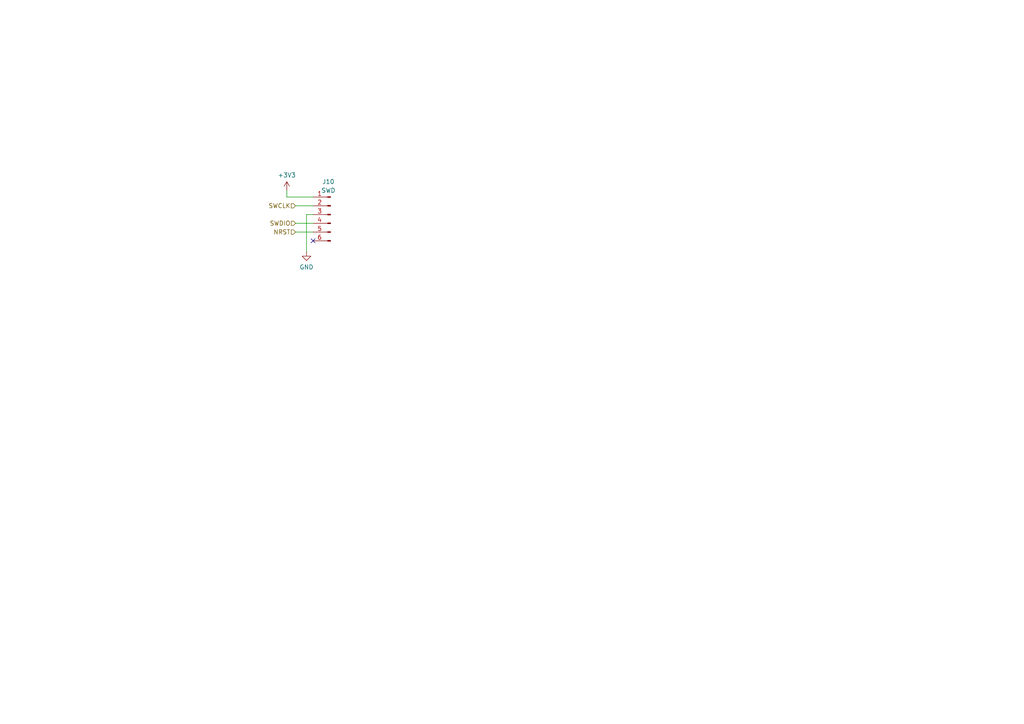
<source format=kicad_sch>
(kicad_sch (version 20230121) (generator eeschema)
  (paper "A4")
  (lib_symbols
    (symbol "Connector:Conn_01x06_Pin" (pin_names (offset 1.016) hide)
      (property "Reference" "J" (at 0 7.62 0))
      (property "Value" "Conn_01x06_Pin" (at 0 -10.16 0))
      (symbol "Conn_01x06_Pin_1_1"
        (polyline (pts (xy 1.27 -7.62) (xy 0.8636 -7.62)) (stroke (width 0.1524)))
        (polyline (pts (xy 1.27 -5.08) (xy 0.8636 -5.08)) (stroke (width 0.1524)))
        (polyline (pts (xy 1.27 -2.54) (xy 0.8636 -2.54)) (stroke (width 0.1524)))
        (polyline (pts (xy 1.27 0) (xy 0.8636 0)) (stroke (width 0.1524)))
        (polyline (pts (xy 1.27 2.54) (xy 0.8636 2.54)) (stroke (width 0.1524)))
        (polyline (pts (xy 1.27 5.08) (xy 0.8636 5.08)) (stroke (width 0.1524)))
        (rectangle (start 0.8636 -7.493) (end 0 -7.747) (stroke (width 0.1524)) (fill (type outline)))
        (rectangle (start 0.8636 -4.953) (end 0 -5.207) (stroke (width 0.1524)) (fill (type outline)))
        (rectangle (start 0.8636 -2.413) (end 0 -2.667) (stroke (width 0.1524)) (fill (type outline)))
        (rectangle (start 0.8636 0.127) (end 0 -0.127) (stroke (width 0.1524)) (fill (type outline)))
        (rectangle (start 0.8636 2.667) (end 0 2.413) (stroke (width 0.1524)) (fill (type outline)))
        (rectangle (start 0.8636 5.207) (end 0 4.953) (stroke (width 0.1524)) (fill (type outline)))
        (pin passive line (at 5.08 5.08 180) (length 3.81) (name "Pin_1") (number "1"))
        (pin passive line (at 5.08 2.54 180) (length 3.81) (name "Pin_2") (number "2"))
        (pin passive line (at 5.08 0 180) (length 3.81) (name "Pin_3") (number "3"))
        (pin passive line (at 5.08 -2.54 180) (length 3.81) (name "Pin_4") (number "4"))
        (pin passive line (at 5.08 -5.08 180) (length 3.81) (name "Pin_5") (number "5"))
        (pin passive line (at 5.08 -7.62 180) (length 3.81) (name "Pin_6") (number "6"))
      )
    )
    (symbol "power:+3V3" (power) (pin_names (offset 0))
      (property "Value" "+3V3" (at 0 3.556 0))
      (symbol "+3V3_0_1"
        (polyline (pts (xy -0.762 1.27) (xy 0 2.54)))
        (polyline (pts (xy 0 0) (xy 0 2.54)))
        (polyline (pts (xy 0 2.54) (xy 0.762 1.27)))
      )
      (symbol "+3V3_1_1"
        (pin power_in line (at 0 0 90) (length 0) hide (name "+3V3") (number "1"))
      )
    )
    (symbol "power:GND" (power) (pin_names (offset 0))
      (property "Value" "GND" (at 0 -3.81 0))
      (symbol "GND_0_1"
        (polyline (pts (xy 0 0) (xy 0 -1.27) (xy 1.27 -1.27) (xy 0 -2.54) (xy -1.27 -1.27) (xy 0 -1.27)))
      )
      (symbol "GND_1_1"
        (pin power_in line (at 0 0 270) (length 0) hide (name "GND") (number "1"))
      )
    )
  )
  (no_connect (at 90.805 69.85))
  (wire (pts (xy 88.9 62.23) (xy 88.9 73.025)))
  (wire (pts (xy 90.805 62.23) (xy 88.9 62.23)))
  (wire (pts (xy 83.185 57.15) (xy 90.805 57.15)))
  (wire (pts (xy 85.725 59.69) (xy 90.805 59.69)))
  (wire (pts (xy 85.725 64.77) (xy 90.805 64.77)))
  (wire (pts (xy 83.185 55.245) (xy 83.185 57.15)))
  (wire (pts (xy 85.725 67.31) (xy 90.805 67.31)))
  (hierarchical_label "SWCLK" (shape input) (at 85.725 59.69 180))
  (hierarchical_label "NRST" (shape input) (at 85.725 67.31 180))
  (hierarchical_label "SWDIO" (shape input) (at 85.725 64.77 180))
  (symbol (lib_id "Connector:Conn_01x06_Pin") (at 95.885 62.23 0) (mirror y) (unit 1)
    (property "Reference" "J10" (at 95.25 52.705 0))
    (property "Value" "SWD" (at 95.25 55.245 0))
    (property "Footprint" "Connector_PinHeader_2.54mm:PinHeader_1x06_P2.54mm_Vertical" (effects hide))
  )
  (symbol (lib_id "power:+3V3") (at 83.185 55.245 0) (unit 1)
    (property "Reference" "#PWR024" (effects hide))
    (property "Value" "+3V3" (at 83.185 50.8 0))
  )
  (symbol (lib_id "power:GND") (at 88.9 73.025 0) (unit 1)
    (property "Reference" "#PWR023" (effects hide))
    (property "Value" "GND" (at 88.9 77.47 0))
  )
)
</source>
